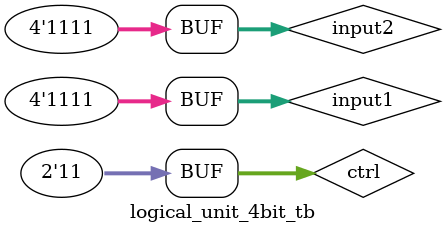
<source format=v>
module logical_unit_4bit(input1, input2, out, ctrl);
input [3:0] input1, input2;
input [1:0] ctrl;
output [3:0] out;

assign out = ctrl[0]?(ctrl[1]?(input1 ^ input2): (input1 | input2)) : (ctrl[1]?(~input1): (input1 & input2));

endmodule

module logical_unit_4bit_tb;

reg [3:0] input1, input2;
reg [1:0] ctrl;
wire [3:0] out;

logical_unit_4bit i1(input1, input2, out, ctrl);

initial
begin
	input1 = 4'b0000;
	input2 = 4'b0000;
	ctrl = 2'b00;
	$monitor("Time:%0t ctrl=%b input1=%4b input2=%4b output=%4b", $time, ctrl, input1, input2, out);
	#5 input1 = 4'b1010; input2 = 4'b1010; ctrl = 2'b00;
	#5 input1 = 4'b0011; input2 = 4'b0111; ctrl = 2'b01;
	#5 input1 = 4'b0000;  ctrl = 2'b10;
	#5 input1 = 4'b1111; input2 = 4'b1111; ctrl = 2'b11;
end

endmodule


</source>
